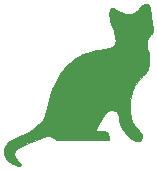
<source format=gbr>
%TF.GenerationSoftware,KiCad,Pcbnew,7.0.1*%
%TF.CreationDate,2023-04-13T19:44:34+02:00*%
%TF.ProjectId,untitled,756e7469-746c-4656-942e-6b696361645f,rev?*%
%TF.SameCoordinates,Original*%
%TF.FileFunction,Soldermask,Top*%
%TF.FilePolarity,Negative*%
%FSLAX46Y46*%
G04 Gerber Fmt 4.6, Leading zero omitted, Abs format (unit mm)*
G04 Created by KiCad (PCBNEW 7.0.1) date 2023-04-13 19:44:34*
%MOMM*%
%LPD*%
G01*
G04 APERTURE LIST*
%ADD10C,0.039687*%
G04 APERTURE END LIST*
D10*
X203846933Y-54109956D02*
X203877616Y-54114210D01*
X203906343Y-54120620D01*
X203933185Y-54129108D01*
X203958215Y-54139593D01*
X203981506Y-54151997D01*
X204003130Y-54166241D01*
X204023160Y-54182245D01*
X204041668Y-54199929D01*
X204058727Y-54219215D01*
X204074410Y-54240024D01*
X204088788Y-54262275D01*
X204101935Y-54285891D01*
X204124824Y-54336896D01*
X204143658Y-54392406D01*
X204159016Y-54451785D01*
X204171478Y-54514401D01*
X204181626Y-54579618D01*
X204197298Y-54715322D01*
X204210674Y-54853825D01*
X204230922Y-55040919D01*
X204252850Y-55214658D01*
X204276477Y-55378089D01*
X204301820Y-55534260D01*
X204328899Y-55686217D01*
X204357733Y-55837007D01*
X204420736Y-56147279D01*
X204430520Y-56203673D01*
X204435944Y-56256435D01*
X204437275Y-56305833D01*
X204434778Y-56352134D01*
X204428718Y-56395604D01*
X204419361Y-56436511D01*
X204406973Y-56475123D01*
X204391818Y-56511706D01*
X204374162Y-56546527D01*
X204354272Y-56579853D01*
X204332412Y-56611953D01*
X204308847Y-56643092D01*
X204257668Y-56703558D01*
X204202859Y-56763388D01*
X204146542Y-56824720D01*
X204090844Y-56889691D01*
X204063890Y-56924209D01*
X204037887Y-56960438D01*
X204013100Y-56998646D01*
X203989796Y-57039098D01*
X203968238Y-57082063D01*
X203948694Y-57127808D01*
X203931428Y-57176599D01*
X203916706Y-57228704D01*
X203904793Y-57284391D01*
X203895955Y-57343925D01*
X203890458Y-57407575D01*
X203888566Y-57475607D01*
X203891029Y-57576899D01*
X203897989Y-57669082D01*
X203908803Y-57753837D01*
X203922829Y-57832843D01*
X203939425Y-57907780D01*
X203957948Y-57980329D01*
X203998206Y-58124981D01*
X204038464Y-58280239D01*
X204056987Y-58366045D01*
X204073583Y-58459542D01*
X204087609Y-58562411D01*
X204098423Y-58676330D01*
X204105383Y-58802982D01*
X204107846Y-58944044D01*
X204103118Y-59087117D01*
X204089337Y-59219492D01*
X204067107Y-59342126D01*
X204037032Y-59455972D01*
X203999714Y-59561986D01*
X203955757Y-59661122D01*
X203905765Y-59754335D01*
X203850341Y-59842580D01*
X203725612Y-60007984D01*
X203586399Y-60164974D01*
X203283831Y-60484261D01*
X203130133Y-60661835D01*
X202981263Y-60861548D01*
X202910147Y-60972093D01*
X202842050Y-61091038D01*
X202777573Y-61219336D01*
X202717321Y-61357942D01*
X202661897Y-61507813D01*
X202611905Y-61669901D01*
X202567948Y-61845162D01*
X202530630Y-62034551D01*
X202500554Y-62239023D01*
X202478324Y-62459532D01*
X202464544Y-62697033D01*
X202459816Y-62952481D01*
X202463942Y-63139290D01*
X202475901Y-63313106D01*
X202495068Y-63474558D01*
X202520816Y-63624276D01*
X202552521Y-63762892D01*
X202589555Y-63891035D01*
X202631294Y-64009335D01*
X202677110Y-64118423D01*
X202726378Y-64218930D01*
X202778473Y-64311484D01*
X202832767Y-64396717D01*
X202888636Y-64475259D01*
X202945453Y-64547740D01*
X203002593Y-64614791D01*
X203115334Y-64735120D01*
X203317143Y-64938343D01*
X203359012Y-64985026D01*
X203396195Y-65031320D01*
X203428067Y-65077856D01*
X203454002Y-65125264D01*
X203473374Y-65174174D01*
X203485557Y-65225216D01*
X203489924Y-65279021D01*
X203485851Y-65336219D01*
X203472710Y-65397440D01*
X203449877Y-65463314D01*
X203416725Y-65534473D01*
X203372628Y-65611545D01*
X203336044Y-65659657D01*
X203293411Y-65696616D01*
X203245202Y-65722883D01*
X203191890Y-65738918D01*
X203133947Y-65745184D01*
X203071847Y-65742140D01*
X203006062Y-65730247D01*
X202937066Y-65709966D01*
X202865330Y-65681758D01*
X202791328Y-65646084D01*
X202715533Y-65603404D01*
X202638418Y-65554180D01*
X202482117Y-65437941D01*
X202326208Y-65301053D01*
X202174475Y-65147203D01*
X202030700Y-64980077D01*
X201898665Y-64803362D01*
X201782154Y-64620745D01*
X201730902Y-64528375D01*
X201684950Y-64435912D01*
X201644770Y-64343816D01*
X201610835Y-64252549D01*
X201583618Y-64162571D01*
X201563592Y-64074344D01*
X201551229Y-63988327D01*
X201547003Y-63904982D01*
X201545840Y-63835056D01*
X201542405Y-63769394D01*
X201536786Y-63707862D01*
X201529067Y-63650325D01*
X201519334Y-63596649D01*
X201507673Y-63546701D01*
X201494168Y-63500346D01*
X201478907Y-63457451D01*
X201461973Y-63417881D01*
X201443454Y-63381502D01*
X201423433Y-63348181D01*
X201401998Y-63317783D01*
X201379232Y-63290175D01*
X201355223Y-63265221D01*
X201330055Y-63242789D01*
X201303814Y-63222745D01*
X201276585Y-63204953D01*
X201248455Y-63189280D01*
X201219508Y-63175593D01*
X201189830Y-63163757D01*
X201159507Y-63153638D01*
X201128624Y-63145102D01*
X201065521Y-63132243D01*
X201001205Y-63124108D01*
X200936361Y-63119624D01*
X200871672Y-63117721D01*
X200807824Y-63117324D01*
X200771238Y-63120852D01*
X200733019Y-63131196D01*
X200693315Y-63148003D01*
X200652277Y-63170916D01*
X200610057Y-63199579D01*
X200566804Y-63233637D01*
X200477801Y-63316515D01*
X200386472Y-63416704D01*
X200294022Y-63531360D01*
X200201652Y-63657635D01*
X200110567Y-63792686D01*
X200021971Y-63933667D01*
X199937066Y-64077733D01*
X199857056Y-64222037D01*
X199783144Y-64363735D01*
X199716534Y-64499982D01*
X199658430Y-64627932D01*
X199610035Y-64744740D01*
X199572551Y-64847560D01*
X199758912Y-64849136D01*
X199923007Y-64854239D01*
X200066249Y-64863433D01*
X200130493Y-64869740D01*
X200190053Y-64877281D01*
X200245107Y-64886126D01*
X200295831Y-64896346D01*
X200342402Y-64908011D01*
X200384997Y-64921192D01*
X200423791Y-64935959D01*
X200458963Y-64952383D01*
X200490688Y-64970533D01*
X200519143Y-64990481D01*
X200544505Y-65012296D01*
X200566951Y-65036050D01*
X200586656Y-65061812D01*
X200603799Y-65089653D01*
X200618555Y-65119644D01*
X200631101Y-65151854D01*
X200641613Y-65186355D01*
X200650269Y-65223217D01*
X200657245Y-65262509D01*
X200662718Y-65304303D01*
X200669861Y-65395678D01*
X200673110Y-65497904D01*
X200673879Y-65611545D01*
X196189192Y-65611545D01*
X196089771Y-65524444D01*
X195996544Y-65452489D01*
X195906533Y-65395562D01*
X195816763Y-65353542D01*
X195724256Y-65326311D01*
X195626037Y-65313750D01*
X195519130Y-65315739D01*
X195400556Y-65332159D01*
X195267341Y-65362891D01*
X195116508Y-65407815D01*
X194945080Y-65466813D01*
X194750082Y-65539765D01*
X193674848Y-65968732D01*
X193488674Y-66046931D01*
X193324785Y-66124312D01*
X193182070Y-66200815D01*
X193059414Y-66276375D01*
X192955705Y-66350929D01*
X192869832Y-66424416D01*
X192800681Y-66496773D01*
X192747140Y-66567936D01*
X192708095Y-66637843D01*
X192682436Y-66706431D01*
X192669048Y-66773637D01*
X192666819Y-66839399D01*
X192674638Y-66903654D01*
X192691390Y-66966339D01*
X192715964Y-67027391D01*
X192747247Y-67086748D01*
X192784126Y-67144347D01*
X192825489Y-67200125D01*
X192917217Y-67305966D01*
X193105522Y-67493037D01*
X193184299Y-67573262D01*
X193240958Y-67643943D01*
X193258211Y-67675549D01*
X193266597Y-67704580D01*
X193265003Y-67730974D01*
X193252317Y-67754669D01*
X193230700Y-67774756D01*
X193203336Y-67790435D01*
X193170648Y-67801811D01*
X193133057Y-67808985D01*
X193090985Y-67812062D01*
X193044854Y-67811144D01*
X192995086Y-67806335D01*
X192942103Y-67797737D01*
X192886326Y-67785454D01*
X192828178Y-67769588D01*
X192768080Y-67750242D01*
X192706454Y-67727521D01*
X192643721Y-67701526D01*
X192580305Y-67672361D01*
X192516627Y-67640129D01*
X192453108Y-67604933D01*
X192390170Y-67566876D01*
X192328235Y-67526061D01*
X192267726Y-67482591D01*
X192209063Y-67436570D01*
X192152670Y-67388100D01*
X192098967Y-67337284D01*
X192048376Y-67284226D01*
X192001319Y-67229028D01*
X191958219Y-67171794D01*
X191919497Y-67112627D01*
X191885575Y-67051629D01*
X191856874Y-66988904D01*
X191833817Y-66924555D01*
X191816826Y-66858685D01*
X191806321Y-66791397D01*
X191802726Y-66722795D01*
X191807531Y-66575225D01*
X191821737Y-66441125D01*
X191845034Y-66319532D01*
X191877111Y-66209484D01*
X191917658Y-66110017D01*
X191966363Y-66020168D01*
X192022915Y-65938973D01*
X192087004Y-65865471D01*
X192158319Y-65798698D01*
X192236549Y-65737690D01*
X192321383Y-65681485D01*
X192412510Y-65629119D01*
X192612401Y-65532054D01*
X192833735Y-65438791D01*
X193330785Y-65232850D01*
X193601527Y-65104763D01*
X193883766Y-64949659D01*
X194028419Y-64859569D01*
X194175013Y-64759834D01*
X194323238Y-64649493D01*
X194472783Y-64527582D01*
X194623336Y-64393139D01*
X194774588Y-64245200D01*
X194926226Y-64082802D01*
X195077942Y-63904982D01*
X195162573Y-63779164D01*
X195237484Y-63624778D01*
X195305317Y-63444171D01*
X195368714Y-63239689D01*
X195630755Y-62229921D01*
X195711586Y-61941248D01*
X195803827Y-61642775D01*
X195910121Y-61336846D01*
X196033108Y-61025808D01*
X196175430Y-60712007D01*
X196339728Y-60397789D01*
X196528643Y-60085498D01*
X196744817Y-59777482D01*
X196861518Y-59629190D01*
X196980791Y-59489234D01*
X197102419Y-59357344D01*
X197226183Y-59233251D01*
X197351866Y-59116688D01*
X197479249Y-59007383D01*
X197608115Y-58905070D01*
X197738245Y-58809479D01*
X197869421Y-58720341D01*
X198001426Y-58637387D01*
X198267050Y-58488956D01*
X198533371Y-58362035D01*
X198798645Y-58254474D01*
X199061129Y-58164121D01*
X199319078Y-58088825D01*
X199570749Y-58026436D01*
X199814397Y-57974801D01*
X200270648Y-57895194D01*
X200673879Y-57832794D01*
X200762451Y-57815322D01*
X200842356Y-57792811D01*
X200913929Y-57765469D01*
X200977505Y-57733504D01*
X201033420Y-57697126D01*
X201082009Y-57656543D01*
X201123608Y-57611963D01*
X201158551Y-57563595D01*
X201187173Y-57511648D01*
X201209811Y-57456331D01*
X201226800Y-57397851D01*
X201238474Y-57336418D01*
X201245169Y-57272239D01*
X201247220Y-57205525D01*
X201244963Y-57136482D01*
X201238733Y-57065321D01*
X201215695Y-56917474D01*
X201180789Y-56763654D01*
X201136695Y-56605529D01*
X201086098Y-56444767D01*
X200872316Y-55808732D01*
X200843491Y-55709733D01*
X200816820Y-55607039D01*
X200792709Y-55501887D01*
X200771564Y-55395514D01*
X200753791Y-55289158D01*
X200739798Y-55184056D01*
X200729990Y-55081446D01*
X200724773Y-54982564D01*
X200724555Y-54888649D01*
X200729742Y-54800937D01*
X200734489Y-54759794D01*
X200740740Y-54720667D01*
X200748545Y-54683708D01*
X200757955Y-54649075D01*
X200769022Y-54616920D01*
X200781795Y-54587398D01*
X200796325Y-54560666D01*
X200812665Y-54536876D01*
X200830863Y-54516184D01*
X200850971Y-54498744D01*
X200873040Y-54484711D01*
X200897121Y-54474240D01*
X200923383Y-54467662D01*
X200951507Y-54465175D01*
X200981454Y-54466514D01*
X201013183Y-54471412D01*
X201081822Y-54490826D01*
X201157100Y-54521292D01*
X201238691Y-54560683D01*
X201326269Y-54606876D01*
X201518088Y-54711163D01*
X201621678Y-54765007D01*
X201729955Y-54817151D01*
X201842593Y-54865469D01*
X201959267Y-54907836D01*
X202079651Y-54942128D01*
X202141134Y-54955581D01*
X202203421Y-54966218D01*
X202266474Y-54973774D01*
X202330251Y-54977982D01*
X202394712Y-54978578D01*
X202459816Y-54975294D01*
X202523838Y-54967865D01*
X202584911Y-54956406D01*
X202643183Y-54941192D01*
X202698802Y-54922501D01*
X202751916Y-54900607D01*
X202802672Y-54875788D01*
X202851219Y-54848319D01*
X202897704Y-54818477D01*
X202942276Y-54786538D01*
X202985082Y-54752778D01*
X203026270Y-54717472D01*
X203065988Y-54680898D01*
X203141606Y-54605048D01*
X203213119Y-54527436D01*
X203348561Y-54375766D01*
X203414857Y-54306125D01*
X203448166Y-54273820D01*
X203481780Y-54243559D01*
X203515846Y-54215620D01*
X203550513Y-54190279D01*
X203585928Y-54167810D01*
X203622240Y-54148491D01*
X203659595Y-54132598D01*
X203698143Y-54120407D01*
X203738030Y-54112194D01*
X203779406Y-54108235D01*
X203814220Y-54107938D01*
X203846933Y-54109956D01*
G36*
X203846933Y-54109956D02*
G01*
X203877616Y-54114210D01*
X203906343Y-54120620D01*
X203933185Y-54129108D01*
X203958215Y-54139593D01*
X203981506Y-54151997D01*
X204003130Y-54166241D01*
X204023160Y-54182245D01*
X204041668Y-54199929D01*
X204058727Y-54219215D01*
X204074410Y-54240024D01*
X204088788Y-54262275D01*
X204101935Y-54285891D01*
X204124824Y-54336896D01*
X204143658Y-54392406D01*
X204159016Y-54451785D01*
X204171478Y-54514401D01*
X204181626Y-54579618D01*
X204197298Y-54715322D01*
X204210674Y-54853825D01*
X204230922Y-55040919D01*
X204252850Y-55214658D01*
X204276477Y-55378089D01*
X204301820Y-55534260D01*
X204328899Y-55686217D01*
X204357733Y-55837007D01*
X204420736Y-56147279D01*
X204430520Y-56203673D01*
X204435944Y-56256435D01*
X204437275Y-56305833D01*
X204434778Y-56352134D01*
X204428718Y-56395604D01*
X204419361Y-56436511D01*
X204406973Y-56475123D01*
X204391818Y-56511706D01*
X204374162Y-56546527D01*
X204354272Y-56579853D01*
X204332412Y-56611953D01*
X204308847Y-56643092D01*
X204257668Y-56703558D01*
X204202859Y-56763388D01*
X204146542Y-56824720D01*
X204090844Y-56889691D01*
X204063890Y-56924209D01*
X204037887Y-56960438D01*
X204013100Y-56998646D01*
X203989796Y-57039098D01*
X203968238Y-57082063D01*
X203948694Y-57127808D01*
X203931428Y-57176599D01*
X203916706Y-57228704D01*
X203904793Y-57284391D01*
X203895955Y-57343925D01*
X203890458Y-57407575D01*
X203888566Y-57475607D01*
X203891029Y-57576899D01*
X203897989Y-57669082D01*
X203908803Y-57753837D01*
X203922829Y-57832843D01*
X203939425Y-57907780D01*
X203957948Y-57980329D01*
X203998206Y-58124981D01*
X204038464Y-58280239D01*
X204056987Y-58366045D01*
X204073583Y-58459542D01*
X204087609Y-58562411D01*
X204098423Y-58676330D01*
X204105383Y-58802982D01*
X204107846Y-58944044D01*
X204103118Y-59087117D01*
X204089337Y-59219492D01*
X204067107Y-59342126D01*
X204037032Y-59455972D01*
X203999714Y-59561986D01*
X203955757Y-59661122D01*
X203905765Y-59754335D01*
X203850341Y-59842580D01*
X203725612Y-60007984D01*
X203586399Y-60164974D01*
X203283831Y-60484261D01*
X203130133Y-60661835D01*
X202981263Y-60861548D01*
X202910147Y-60972093D01*
X202842050Y-61091038D01*
X202777573Y-61219336D01*
X202717321Y-61357942D01*
X202661897Y-61507813D01*
X202611905Y-61669901D01*
X202567948Y-61845162D01*
X202530630Y-62034551D01*
X202500554Y-62239023D01*
X202478324Y-62459532D01*
X202464544Y-62697033D01*
X202459816Y-62952481D01*
X202463942Y-63139290D01*
X202475901Y-63313106D01*
X202495068Y-63474558D01*
X202520816Y-63624276D01*
X202552521Y-63762892D01*
X202589555Y-63891035D01*
X202631294Y-64009335D01*
X202677110Y-64118423D01*
X202726378Y-64218930D01*
X202778473Y-64311484D01*
X202832767Y-64396717D01*
X202888636Y-64475259D01*
X202945453Y-64547740D01*
X203002593Y-64614791D01*
X203115334Y-64735120D01*
X203317143Y-64938343D01*
X203359012Y-64985026D01*
X203396195Y-65031320D01*
X203428067Y-65077856D01*
X203454002Y-65125264D01*
X203473374Y-65174174D01*
X203485557Y-65225216D01*
X203489924Y-65279021D01*
X203485851Y-65336219D01*
X203472710Y-65397440D01*
X203449877Y-65463314D01*
X203416725Y-65534473D01*
X203372628Y-65611545D01*
X203336044Y-65659657D01*
X203293411Y-65696616D01*
X203245202Y-65722883D01*
X203191890Y-65738918D01*
X203133947Y-65745184D01*
X203071847Y-65742140D01*
X203006062Y-65730247D01*
X202937066Y-65709966D01*
X202865330Y-65681758D01*
X202791328Y-65646084D01*
X202715533Y-65603404D01*
X202638418Y-65554180D01*
X202482117Y-65437941D01*
X202326208Y-65301053D01*
X202174475Y-65147203D01*
X202030700Y-64980077D01*
X201898665Y-64803362D01*
X201782154Y-64620745D01*
X201730902Y-64528375D01*
X201684950Y-64435912D01*
X201644770Y-64343816D01*
X201610835Y-64252549D01*
X201583618Y-64162571D01*
X201563592Y-64074344D01*
X201551229Y-63988327D01*
X201547003Y-63904982D01*
X201545840Y-63835056D01*
X201542405Y-63769394D01*
X201536786Y-63707862D01*
X201529067Y-63650325D01*
X201519334Y-63596649D01*
X201507673Y-63546701D01*
X201494168Y-63500346D01*
X201478907Y-63457451D01*
X201461973Y-63417881D01*
X201443454Y-63381502D01*
X201423433Y-63348181D01*
X201401998Y-63317783D01*
X201379232Y-63290175D01*
X201355223Y-63265221D01*
X201330055Y-63242789D01*
X201303814Y-63222745D01*
X201276585Y-63204953D01*
X201248455Y-63189280D01*
X201219508Y-63175593D01*
X201189830Y-63163757D01*
X201159507Y-63153638D01*
X201128624Y-63145102D01*
X201065521Y-63132243D01*
X201001205Y-63124108D01*
X200936361Y-63119624D01*
X200871672Y-63117721D01*
X200807824Y-63117324D01*
X200771238Y-63120852D01*
X200733019Y-63131196D01*
X200693315Y-63148003D01*
X200652277Y-63170916D01*
X200610057Y-63199579D01*
X200566804Y-63233637D01*
X200477801Y-63316515D01*
X200386472Y-63416704D01*
X200294022Y-63531360D01*
X200201652Y-63657635D01*
X200110567Y-63792686D01*
X200021971Y-63933667D01*
X199937066Y-64077733D01*
X199857056Y-64222037D01*
X199783144Y-64363735D01*
X199716534Y-64499982D01*
X199658430Y-64627932D01*
X199610035Y-64744740D01*
X199572551Y-64847560D01*
X199758912Y-64849136D01*
X199923007Y-64854239D01*
X200066249Y-64863433D01*
X200130493Y-64869740D01*
X200190053Y-64877281D01*
X200245107Y-64886126D01*
X200295831Y-64896346D01*
X200342402Y-64908011D01*
X200384997Y-64921192D01*
X200423791Y-64935959D01*
X200458963Y-64952383D01*
X200490688Y-64970533D01*
X200519143Y-64990481D01*
X200544505Y-65012296D01*
X200566951Y-65036050D01*
X200586656Y-65061812D01*
X200603799Y-65089653D01*
X200618555Y-65119644D01*
X200631101Y-65151854D01*
X200641613Y-65186355D01*
X200650269Y-65223217D01*
X200657245Y-65262509D01*
X200662718Y-65304303D01*
X200669861Y-65395678D01*
X200673110Y-65497904D01*
X200673879Y-65611545D01*
X196189192Y-65611545D01*
X196089771Y-65524444D01*
X195996544Y-65452489D01*
X195906533Y-65395562D01*
X195816763Y-65353542D01*
X195724256Y-65326311D01*
X195626037Y-65313750D01*
X195519130Y-65315739D01*
X195400556Y-65332159D01*
X195267341Y-65362891D01*
X195116508Y-65407815D01*
X194945080Y-65466813D01*
X194750082Y-65539765D01*
X193674848Y-65968732D01*
X193488674Y-66046931D01*
X193324785Y-66124312D01*
X193182070Y-66200815D01*
X193059414Y-66276375D01*
X192955705Y-66350929D01*
X192869832Y-66424416D01*
X192800681Y-66496773D01*
X192747140Y-66567936D01*
X192708095Y-66637843D01*
X192682436Y-66706431D01*
X192669048Y-66773637D01*
X192666819Y-66839399D01*
X192674638Y-66903654D01*
X192691390Y-66966339D01*
X192715964Y-67027391D01*
X192747247Y-67086748D01*
X192784126Y-67144347D01*
X192825489Y-67200125D01*
X192917217Y-67305966D01*
X193105522Y-67493037D01*
X193184299Y-67573262D01*
X193240958Y-67643943D01*
X193258211Y-67675549D01*
X193266597Y-67704580D01*
X193265003Y-67730974D01*
X193252317Y-67754669D01*
X193230700Y-67774756D01*
X193203336Y-67790435D01*
X193170648Y-67801811D01*
X193133057Y-67808985D01*
X193090985Y-67812062D01*
X193044854Y-67811144D01*
X192995086Y-67806335D01*
X192942103Y-67797737D01*
X192886326Y-67785454D01*
X192828178Y-67769588D01*
X192768080Y-67750242D01*
X192706454Y-67727521D01*
X192643721Y-67701526D01*
X192580305Y-67672361D01*
X192516627Y-67640129D01*
X192453108Y-67604933D01*
X192390170Y-67566876D01*
X192328235Y-67526061D01*
X192267726Y-67482591D01*
X192209063Y-67436570D01*
X192152670Y-67388100D01*
X192098967Y-67337284D01*
X192048376Y-67284226D01*
X192001319Y-67229028D01*
X191958219Y-67171794D01*
X191919497Y-67112627D01*
X191885575Y-67051629D01*
X191856874Y-66988904D01*
X191833817Y-66924555D01*
X191816826Y-66858685D01*
X191806321Y-66791397D01*
X191802726Y-66722795D01*
X191807531Y-66575225D01*
X191821737Y-66441125D01*
X191845034Y-66319532D01*
X191877111Y-66209484D01*
X191917658Y-66110017D01*
X191966363Y-66020168D01*
X192022915Y-65938973D01*
X192087004Y-65865471D01*
X192158319Y-65798698D01*
X192236549Y-65737690D01*
X192321383Y-65681485D01*
X192412510Y-65629119D01*
X192612401Y-65532054D01*
X192833735Y-65438791D01*
X193330785Y-65232850D01*
X193601527Y-65104763D01*
X193883766Y-64949659D01*
X194028419Y-64859569D01*
X194175013Y-64759834D01*
X194323238Y-64649493D01*
X194472783Y-64527582D01*
X194623336Y-64393139D01*
X194774588Y-64245200D01*
X194926226Y-64082802D01*
X195077942Y-63904982D01*
X195162573Y-63779164D01*
X195237484Y-63624778D01*
X195305317Y-63444171D01*
X195368714Y-63239689D01*
X195630755Y-62229921D01*
X195711586Y-61941248D01*
X195803827Y-61642775D01*
X195910121Y-61336846D01*
X196033108Y-61025808D01*
X196175430Y-60712007D01*
X196339728Y-60397789D01*
X196528643Y-60085498D01*
X196744817Y-59777482D01*
X196861518Y-59629190D01*
X196980791Y-59489234D01*
X197102419Y-59357344D01*
X197226183Y-59233251D01*
X197351866Y-59116688D01*
X197479249Y-59007383D01*
X197608115Y-58905070D01*
X197738245Y-58809479D01*
X197869421Y-58720341D01*
X198001426Y-58637387D01*
X198267050Y-58488956D01*
X198533371Y-58362035D01*
X198798645Y-58254474D01*
X199061129Y-58164121D01*
X199319078Y-58088825D01*
X199570749Y-58026436D01*
X199814397Y-57974801D01*
X200270648Y-57895194D01*
X200673879Y-57832794D01*
X200762451Y-57815322D01*
X200842356Y-57792811D01*
X200913929Y-57765469D01*
X200977505Y-57733504D01*
X201033420Y-57697126D01*
X201082009Y-57656543D01*
X201123608Y-57611963D01*
X201158551Y-57563595D01*
X201187173Y-57511648D01*
X201209811Y-57456331D01*
X201226800Y-57397851D01*
X201238474Y-57336418D01*
X201245169Y-57272239D01*
X201247220Y-57205525D01*
X201244963Y-57136482D01*
X201238733Y-57065321D01*
X201215695Y-56917474D01*
X201180789Y-56763654D01*
X201136695Y-56605529D01*
X201086098Y-56444767D01*
X200872316Y-55808732D01*
X200843491Y-55709733D01*
X200816820Y-55607039D01*
X200792709Y-55501887D01*
X200771564Y-55395514D01*
X200753791Y-55289158D01*
X200739798Y-55184056D01*
X200729990Y-55081446D01*
X200724773Y-54982564D01*
X200724555Y-54888649D01*
X200729742Y-54800937D01*
X200734489Y-54759794D01*
X200740740Y-54720667D01*
X200748545Y-54683708D01*
X200757955Y-54649075D01*
X200769022Y-54616920D01*
X200781795Y-54587398D01*
X200796325Y-54560666D01*
X200812665Y-54536876D01*
X200830863Y-54516184D01*
X200850971Y-54498744D01*
X200873040Y-54484711D01*
X200897121Y-54474240D01*
X200923383Y-54467662D01*
X200951507Y-54465175D01*
X200981454Y-54466514D01*
X201013183Y-54471412D01*
X201081822Y-54490826D01*
X201157100Y-54521292D01*
X201238691Y-54560683D01*
X201326269Y-54606876D01*
X201518088Y-54711163D01*
X201621678Y-54765007D01*
X201729955Y-54817151D01*
X201842593Y-54865469D01*
X201959267Y-54907836D01*
X202079651Y-54942128D01*
X202141134Y-54955581D01*
X202203421Y-54966218D01*
X202266474Y-54973774D01*
X202330251Y-54977982D01*
X202394712Y-54978578D01*
X202459816Y-54975294D01*
X202523838Y-54967865D01*
X202584911Y-54956406D01*
X202643183Y-54941192D01*
X202698802Y-54922501D01*
X202751916Y-54900607D01*
X202802672Y-54875788D01*
X202851219Y-54848319D01*
X202897704Y-54818477D01*
X202942276Y-54786538D01*
X202985082Y-54752778D01*
X203026270Y-54717472D01*
X203065988Y-54680898D01*
X203141606Y-54605048D01*
X203213119Y-54527436D01*
X203348561Y-54375766D01*
X203414857Y-54306125D01*
X203448166Y-54273820D01*
X203481780Y-54243559D01*
X203515846Y-54215620D01*
X203550513Y-54190279D01*
X203585928Y-54167810D01*
X203622240Y-54148491D01*
X203659595Y-54132598D01*
X203698143Y-54120407D01*
X203738030Y-54112194D01*
X203779406Y-54108235D01*
X203814220Y-54107938D01*
X203846933Y-54109956D01*
G37*
M02*

</source>
